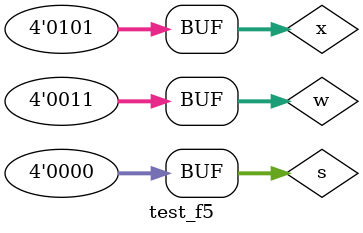
<source format=v>
module lastChance (output [3:0] s2, 
			          input [3:0] t, 
			          input [3:0] r, 
			          input [3:0] s); 
 assign s2 = (r & ~s) | (t & s); 
	endmodule // lastChance 
module f4 (output [3:0] s0, 
			  input [3:0] a, 
			  input [3:0] b); 
 assign s0 = (a | b);         
 	endmodule // f4 
module f3 (output [3:0] s1, 
			  input [3:0] c, 
			  input [3:0] d); 
 assign s1 = (c & d); 
	endmodule // f3 
	module test_f5; 
// ------------------------- definir dados 
	reg [3:0] w; 
	reg [3:0] x; 
	reg [3:0] s; 
	wire [3:0] y; 
	wire [3:0] z; 
	wire [3:0] a;
	lastChance mondo (a, z, y, s);
	f4 modulo (z, x, w); 
	f3 modoom (y, x, w); 
// ------------------------- parte principal 
initial begin 
	$display("Exemplo0032 - Pedro Henrique Vilar Locatelli - 427453"); 
	$display("Test LU's module"); 
	w = 4'b0011; x = 4'b0101;
		// projetar testes do modulo 
	#1 s = 4'b1111;
	$monitor("%b operação %b com chave %b = %b", w, x, s, a); 
	#2 s = 4'b0000;
end 
endmodule // test_f5 
</source>
